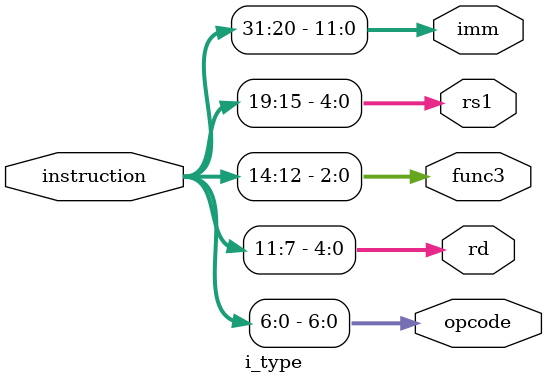
<source format=v>
`timescale 1ns / 1ps

module i_type(
    input [31:0] instruction,  // 32-bit I-Type instruction
    output [6:0] opcode,       // Opcode (bits [6:0])
    output [4:0] rd,           // Destination register (bits [11:7])
    output [2:0] func3,        // Function code (bits [14:12])
    output [4:0] rs1,          // Source register 1 (bits [19:15])
    output [11:0] imm          // Immediate value (bits [31:20])
);

    // Assign fields based on the I-Type instruction format
    assign opcode = instruction[6:0];    // Opcode
    assign rd     = instruction[11:7];   // Destination register
    assign func3  = instruction[14:12];  // Function code (func3)
    assign rs1    = instruction[19:15];  // Source register 1
    assign imm    = instruction[31:20];  // Immediate value

endmodule

</source>
